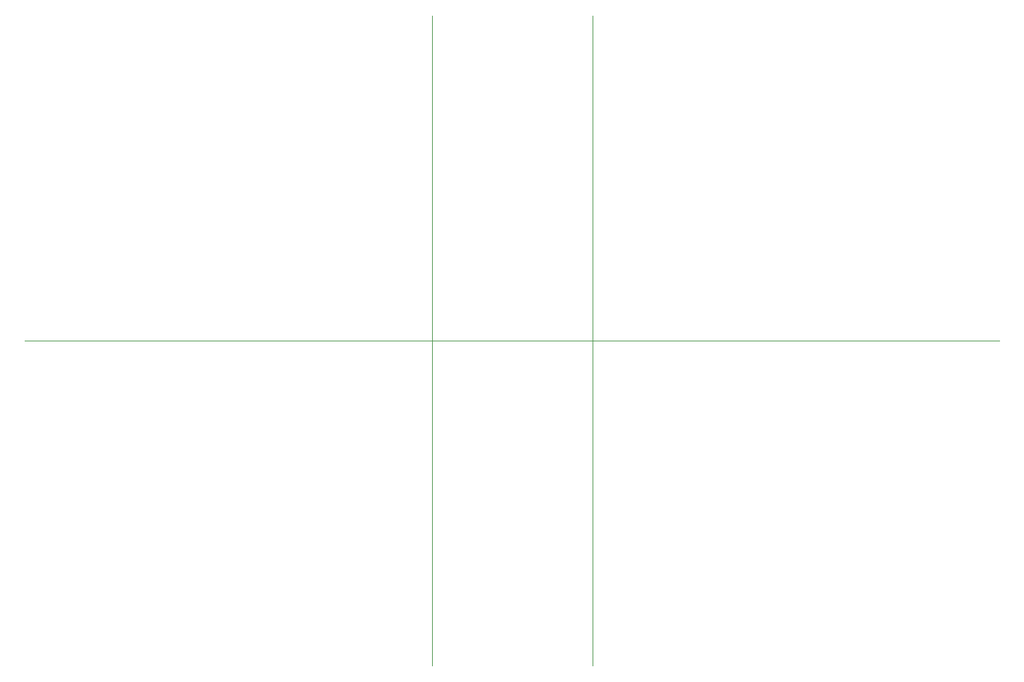
<source format=gbr>
G75*
G71*
%MOMM*%
%OFA0B0*%
%FSLAX53Y53*%
%IPPOS*%
%LPD*%
%ADD10C,0.00100*%
D10*
X0000000Y0040130D02*
X0120390Y0040130D01*
X0050290Y0000000D02*
X0050290Y0080260D01*
X0070100Y0000000D02*
X0070100Y0080260D01*
M02*

</source>
